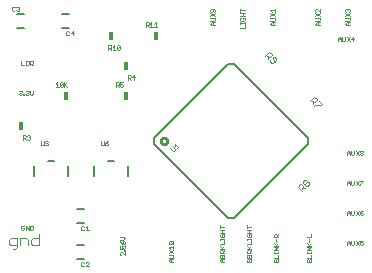
<source format=gto>
G75*
%MOIN*%
%OFA0B0*%
%FSLAX25Y25*%
%IPPOS*%
%LPD*%
%AMOC8*
5,1,8,0,0,1.08239X$1,22.5*
%
%ADD10C,0.00300*%
%ADD11C,0.00100*%
%ADD12R,0.01800X0.03000*%
%ADD13C,0.00600*%
%ADD14C,0.00200*%
%ADD15C,0.00800*%
%ADD16C,0.01000*%
D10*
X0007184Y0008716D02*
X0007802Y0008716D01*
X0008419Y0009333D01*
X0008419Y0012419D01*
X0006567Y0012419D01*
X0005950Y0011802D01*
X0005950Y0010567D01*
X0006567Y0009950D01*
X0008419Y0009950D01*
X0009633Y0009950D02*
X0009633Y0012419D01*
X0011485Y0012419D01*
X0012102Y0011802D01*
X0012102Y0009950D01*
X0013316Y0010567D02*
X0013316Y0011802D01*
X0013933Y0012419D01*
X0015785Y0012419D01*
X0015785Y0013653D02*
X0015785Y0009950D01*
X0013933Y0009950D01*
X0013316Y0010567D01*
D11*
X0013576Y0015100D02*
X0013826Y0015351D01*
X0013826Y0016351D01*
X0013576Y0016602D01*
X0012826Y0016602D01*
X0012826Y0015100D01*
X0013576Y0015100D01*
X0012353Y0015100D02*
X0012353Y0016602D01*
X0011352Y0016602D02*
X0011352Y0015100D01*
X0010880Y0015351D02*
X0010880Y0015851D01*
X0010379Y0015851D01*
X0009879Y0015351D02*
X0010129Y0015100D01*
X0010630Y0015100D01*
X0010880Y0015351D01*
X0010880Y0016351D02*
X0010630Y0016602D01*
X0010129Y0016602D01*
X0009879Y0016351D01*
X0009879Y0015351D01*
X0011352Y0016602D02*
X0012353Y0015100D01*
X0029903Y0015250D02*
X0030154Y0015000D01*
X0030654Y0015000D01*
X0030904Y0015250D01*
X0031377Y0015000D02*
X0032378Y0015000D01*
X0031877Y0015000D02*
X0031877Y0016501D01*
X0031377Y0016001D01*
X0030904Y0016251D02*
X0030654Y0016501D01*
X0030154Y0016501D01*
X0029903Y0016251D01*
X0029903Y0015250D01*
X0030154Y0004501D02*
X0029903Y0004251D01*
X0029903Y0003250D01*
X0030154Y0003000D01*
X0030654Y0003000D01*
X0030904Y0003250D01*
X0031377Y0003000D02*
X0032378Y0004001D01*
X0032378Y0004251D01*
X0032127Y0004501D01*
X0031627Y0004501D01*
X0031377Y0004251D01*
X0030904Y0004251D02*
X0030654Y0004501D01*
X0030154Y0004501D01*
X0031377Y0003000D02*
X0032378Y0003000D01*
X0042998Y0006919D02*
X0043249Y0006669D01*
X0042998Y0006919D02*
X0042998Y0007420D01*
X0043249Y0007670D01*
X0043499Y0007670D01*
X0044500Y0006669D01*
X0044500Y0007670D01*
X0044500Y0008142D02*
X0044500Y0008393D01*
X0044249Y0008393D01*
X0044249Y0008142D01*
X0044500Y0008142D01*
X0044249Y0008879D02*
X0044500Y0009129D01*
X0044500Y0009630D01*
X0044249Y0009880D01*
X0043749Y0009880D01*
X0043499Y0009630D01*
X0043499Y0009379D01*
X0043749Y0008879D01*
X0042998Y0008879D01*
X0042998Y0009880D01*
X0043749Y0010352D02*
X0043749Y0011103D01*
X0043999Y0011353D01*
X0044249Y0011353D01*
X0044500Y0011103D01*
X0044500Y0010602D01*
X0044249Y0010352D01*
X0043749Y0010352D01*
X0043249Y0010853D01*
X0042998Y0011353D01*
X0042998Y0011826D02*
X0043999Y0011826D01*
X0044500Y0012326D01*
X0043999Y0012826D01*
X0042998Y0012826D01*
X0059099Y0011045D02*
X0059349Y0011295D01*
X0060350Y0010294D01*
X0060600Y0010544D01*
X0060600Y0011045D01*
X0060350Y0011295D01*
X0059349Y0011295D01*
X0059099Y0011045D02*
X0059099Y0010544D01*
X0059349Y0010294D01*
X0060350Y0010294D01*
X0060600Y0009822D02*
X0060600Y0008821D01*
X0060600Y0008349D02*
X0059099Y0007348D01*
X0059099Y0006875D02*
X0060350Y0006875D01*
X0060600Y0006625D01*
X0060600Y0006125D01*
X0060350Y0005874D01*
X0059099Y0005874D01*
X0059600Y0005402D02*
X0060600Y0005402D01*
X0059850Y0005402D02*
X0059850Y0004401D01*
X0059600Y0004401D02*
X0059099Y0004902D01*
X0059600Y0005402D01*
X0059600Y0004401D02*
X0060600Y0004401D01*
X0060600Y0007348D02*
X0059099Y0008349D01*
X0059600Y0008821D02*
X0059099Y0009321D01*
X0060600Y0009321D01*
X0076099Y0008821D02*
X0077600Y0008821D01*
X0077600Y0008349D02*
X0077100Y0007848D01*
X0077100Y0008098D02*
X0077100Y0007348D01*
X0077100Y0006875D02*
X0077350Y0006875D01*
X0077600Y0006625D01*
X0077600Y0005874D01*
X0076099Y0005874D01*
X0076099Y0006625D01*
X0076349Y0006875D01*
X0076600Y0006875D01*
X0076850Y0006625D01*
X0076850Y0005874D01*
X0076850Y0005402D02*
X0076850Y0004401D01*
X0076600Y0004401D02*
X0076099Y0004902D01*
X0076600Y0005402D01*
X0077600Y0005402D01*
X0077600Y0004401D02*
X0076600Y0004401D01*
X0076850Y0006625D02*
X0077100Y0006875D01*
X0077600Y0007348D02*
X0076099Y0007348D01*
X0076099Y0008098D01*
X0076349Y0008349D01*
X0076850Y0008349D01*
X0077100Y0008098D01*
X0077100Y0008821D02*
X0076099Y0009822D01*
X0076099Y0010294D02*
X0077600Y0010294D01*
X0077600Y0011295D01*
X0077600Y0011767D02*
X0077600Y0012268D01*
X0077600Y0012018D02*
X0076099Y0012018D01*
X0076099Y0012268D02*
X0076099Y0011767D01*
X0076349Y0012750D02*
X0077350Y0012750D01*
X0077600Y0013000D01*
X0077600Y0013500D01*
X0077350Y0013750D01*
X0076850Y0013750D01*
X0076850Y0013250D01*
X0076349Y0012750D02*
X0076099Y0013000D01*
X0076099Y0013500D01*
X0076349Y0013750D01*
X0076099Y0014223D02*
X0077600Y0014223D01*
X0076850Y0014223D02*
X0076850Y0015224D01*
X0077600Y0015224D02*
X0076099Y0015224D01*
X0076099Y0015696D02*
X0076099Y0016697D01*
X0076099Y0016197D02*
X0077600Y0016197D01*
X0077600Y0009822D02*
X0076850Y0009071D01*
X0085099Y0008821D02*
X0086600Y0008821D01*
X0086600Y0008349D02*
X0086100Y0007848D01*
X0086100Y0008098D02*
X0086100Y0007348D01*
X0086100Y0006875D02*
X0086350Y0006875D01*
X0086600Y0006625D01*
X0086600Y0005874D01*
X0085099Y0005874D01*
X0085099Y0006625D01*
X0085349Y0006875D01*
X0085600Y0006875D01*
X0085850Y0006625D01*
X0085850Y0005874D01*
X0086100Y0005402D02*
X0086350Y0005402D01*
X0086600Y0005152D01*
X0086600Y0004401D01*
X0085099Y0004401D01*
X0085099Y0005152D01*
X0085349Y0005402D01*
X0085600Y0005402D01*
X0085850Y0005152D01*
X0085850Y0004401D01*
X0085850Y0005152D02*
X0086100Y0005402D01*
X0085850Y0006625D02*
X0086100Y0006875D01*
X0086600Y0007348D02*
X0085099Y0007348D01*
X0085099Y0008098D01*
X0085349Y0008349D01*
X0085850Y0008349D01*
X0086100Y0008098D01*
X0086100Y0008821D02*
X0085099Y0009822D01*
X0085099Y0010294D02*
X0086600Y0010294D01*
X0086600Y0011295D01*
X0086600Y0011767D02*
X0086600Y0012268D01*
X0086600Y0012018D02*
X0085099Y0012018D01*
X0085099Y0012268D02*
X0085099Y0011767D01*
X0085349Y0012750D02*
X0086350Y0012750D01*
X0086600Y0013000D01*
X0086600Y0013500D01*
X0086350Y0013750D01*
X0085850Y0013750D01*
X0085850Y0013250D01*
X0085349Y0012750D02*
X0085099Y0013000D01*
X0085099Y0013500D01*
X0085349Y0013750D01*
X0085099Y0014223D02*
X0086600Y0014223D01*
X0085850Y0014223D02*
X0085850Y0015224D01*
X0086600Y0015224D02*
X0085099Y0015224D01*
X0085099Y0015696D02*
X0085099Y0016697D01*
X0085099Y0016197D02*
X0086600Y0016197D01*
X0086600Y0009822D02*
X0085850Y0009071D01*
X0094099Y0009331D02*
X0095600Y0009331D01*
X0094099Y0008330D01*
X0095600Y0008330D01*
X0095600Y0007848D02*
X0095600Y0007348D01*
X0095600Y0007598D02*
X0094099Y0007598D01*
X0094099Y0007348D02*
X0094099Y0007848D01*
X0095600Y0006875D02*
X0095600Y0005874D01*
X0094099Y0005874D01*
X0094349Y0005402D02*
X0094600Y0005402D01*
X0094850Y0005152D01*
X0094850Y0004401D01*
X0095600Y0004401D02*
X0095600Y0005152D01*
X0095350Y0005402D01*
X0095100Y0005402D01*
X0094850Y0005152D01*
X0094349Y0005402D02*
X0094099Y0005152D01*
X0094099Y0004401D01*
X0095600Y0004401D01*
X0095600Y0009803D02*
X0094099Y0009803D01*
X0094850Y0010053D02*
X0095600Y0010804D01*
X0094850Y0011276D02*
X0094850Y0012277D01*
X0095100Y0012750D02*
X0095100Y0013500D01*
X0094850Y0013750D01*
X0094349Y0013750D01*
X0094099Y0013500D01*
X0094099Y0012750D01*
X0095600Y0012750D01*
X0095100Y0013250D02*
X0095600Y0013750D01*
X0094099Y0010804D02*
X0095100Y0009803D01*
X0105099Y0009803D02*
X0106600Y0009803D01*
X0106600Y0009331D02*
X0105099Y0009331D01*
X0105099Y0008330D02*
X0106600Y0009331D01*
X0106100Y0009803D02*
X0105099Y0010804D01*
X0105850Y0011276D02*
X0105850Y0012277D01*
X0106600Y0012750D02*
X0105099Y0012750D01*
X0106600Y0012750D02*
X0106600Y0013750D01*
X0106600Y0010804D02*
X0105850Y0010053D01*
X0106600Y0008330D02*
X0105099Y0008330D01*
X0105099Y0007848D02*
X0105099Y0007348D01*
X0105099Y0007598D02*
X0106600Y0007598D01*
X0106600Y0007348D02*
X0106600Y0007848D01*
X0106600Y0006875D02*
X0106600Y0005874D01*
X0105099Y0005874D01*
X0105349Y0005402D02*
X0105600Y0005402D01*
X0105850Y0005152D01*
X0105850Y0004401D01*
X0106600Y0004401D02*
X0106600Y0005152D01*
X0106350Y0005402D01*
X0106100Y0005402D01*
X0105850Y0005152D01*
X0105349Y0005402D02*
X0105099Y0005152D01*
X0105099Y0004401D01*
X0106600Y0004401D01*
X0118406Y0010100D02*
X0118406Y0011101D01*
X0118906Y0011602D01*
X0119407Y0011101D01*
X0119407Y0010100D01*
X0119879Y0010351D02*
X0120129Y0010100D01*
X0120630Y0010100D01*
X0120880Y0010351D01*
X0120880Y0011602D01*
X0121352Y0011602D02*
X0122353Y0010100D01*
X0122826Y0010351D02*
X0123076Y0010100D01*
X0123576Y0010100D01*
X0123826Y0010351D01*
X0123826Y0010851D01*
X0123576Y0011101D01*
X0123326Y0011101D01*
X0122826Y0010851D01*
X0122826Y0011602D01*
X0123826Y0011602D01*
X0122353Y0011602D02*
X0121352Y0010100D01*
X0119879Y0010351D02*
X0119879Y0011602D01*
X0119407Y0010851D02*
X0118406Y0010851D01*
X0118406Y0020100D02*
X0118406Y0021101D01*
X0118906Y0021602D01*
X0119407Y0021101D01*
X0119407Y0020100D01*
X0119879Y0020351D02*
X0120129Y0020100D01*
X0120630Y0020100D01*
X0120880Y0020351D01*
X0120880Y0021602D01*
X0121352Y0021602D02*
X0122353Y0020100D01*
X0122826Y0020351D02*
X0123076Y0020100D01*
X0123576Y0020100D01*
X0123826Y0020351D01*
X0123826Y0020601D01*
X0123576Y0020851D01*
X0122826Y0020851D01*
X0122826Y0020351D01*
X0122826Y0020851D02*
X0123326Y0021351D01*
X0123826Y0021602D01*
X0122353Y0021602D02*
X0121352Y0020100D01*
X0119879Y0020351D02*
X0119879Y0021602D01*
X0119407Y0020851D02*
X0118406Y0020851D01*
X0118406Y0030100D02*
X0118406Y0031101D01*
X0118906Y0031602D01*
X0119407Y0031101D01*
X0119407Y0030100D01*
X0119879Y0030351D02*
X0120129Y0030100D01*
X0120630Y0030100D01*
X0120880Y0030351D01*
X0120880Y0031602D01*
X0121352Y0031602D02*
X0122353Y0030100D01*
X0122826Y0030100D02*
X0122826Y0030351D01*
X0123826Y0031351D01*
X0123826Y0031602D01*
X0122826Y0031602D01*
X0122353Y0031602D02*
X0121352Y0030100D01*
X0119879Y0030351D02*
X0119879Y0031602D01*
X0119407Y0030851D02*
X0118406Y0030851D01*
X0118406Y0040100D02*
X0118406Y0041101D01*
X0118906Y0041602D01*
X0119407Y0041101D01*
X0119407Y0040100D01*
X0119879Y0040351D02*
X0120129Y0040100D01*
X0120630Y0040100D01*
X0120880Y0040351D01*
X0120880Y0041602D01*
X0121352Y0041602D02*
X0122353Y0040100D01*
X0122826Y0040351D02*
X0122826Y0040601D01*
X0123076Y0040851D01*
X0123576Y0040851D01*
X0123826Y0040601D01*
X0123826Y0040351D01*
X0123576Y0040100D01*
X0123076Y0040100D01*
X0122826Y0040351D01*
X0123076Y0040851D02*
X0122826Y0041101D01*
X0122826Y0041351D01*
X0123076Y0041602D01*
X0123576Y0041602D01*
X0123826Y0041351D01*
X0123826Y0041101D01*
X0123576Y0040851D01*
X0122353Y0041602D02*
X0121352Y0040100D01*
X0119879Y0040351D02*
X0119879Y0041602D01*
X0119407Y0040851D02*
X0118406Y0040851D01*
X0118348Y0078000D02*
X0119349Y0079501D01*
X0119821Y0078750D02*
X0120572Y0079501D01*
X0120572Y0078000D01*
X0120822Y0078750D02*
X0119821Y0078750D01*
X0119349Y0078000D02*
X0118348Y0079501D01*
X0117875Y0079501D02*
X0117875Y0078250D01*
X0117625Y0078000D01*
X0117125Y0078000D01*
X0116874Y0078250D01*
X0116874Y0079501D01*
X0116402Y0079000D02*
X0115902Y0079501D01*
X0115401Y0079000D01*
X0115401Y0078000D01*
X0115401Y0078750D02*
X0116402Y0078750D01*
X0116402Y0079000D02*
X0116402Y0078000D01*
X0118499Y0083406D02*
X0117998Y0083906D01*
X0118499Y0084407D01*
X0119500Y0084407D01*
X0119249Y0084879D02*
X0119500Y0085129D01*
X0119500Y0085630D01*
X0119249Y0085880D01*
X0117998Y0085880D01*
X0117998Y0086352D02*
X0119500Y0087353D01*
X0119249Y0087826D02*
X0119500Y0088076D01*
X0119500Y0088576D01*
X0119249Y0088826D01*
X0118999Y0088826D01*
X0118749Y0088576D01*
X0118749Y0088326D01*
X0118749Y0088576D02*
X0118499Y0088826D01*
X0118249Y0088826D01*
X0117998Y0088576D01*
X0117998Y0088076D01*
X0118249Y0087826D01*
X0117998Y0087353D02*
X0119500Y0086352D01*
X0119249Y0084879D02*
X0117998Y0084879D01*
X0118749Y0084407D02*
X0118749Y0083406D01*
X0118499Y0083406D02*
X0119500Y0083406D01*
X0109500Y0083406D02*
X0108499Y0083406D01*
X0107998Y0083906D01*
X0108499Y0084407D01*
X0109500Y0084407D01*
X0109249Y0084879D02*
X0109500Y0085129D01*
X0109500Y0085630D01*
X0109249Y0085880D01*
X0107998Y0085880D01*
X0107998Y0086352D02*
X0109500Y0087353D01*
X0109500Y0087826D02*
X0108499Y0088826D01*
X0108249Y0088826D01*
X0107998Y0088576D01*
X0107998Y0088076D01*
X0108249Y0087826D01*
X0107998Y0087353D02*
X0109500Y0086352D01*
X0109500Y0087826D02*
X0109500Y0088826D01*
X0109249Y0084879D02*
X0107998Y0084879D01*
X0108749Y0084407D02*
X0108749Y0083406D01*
X0094500Y0083406D02*
X0093499Y0083406D01*
X0092998Y0083906D01*
X0093499Y0084407D01*
X0094500Y0084407D01*
X0094249Y0084879D02*
X0094500Y0085129D01*
X0094500Y0085630D01*
X0094249Y0085880D01*
X0092998Y0085880D01*
X0092998Y0086352D02*
X0094500Y0087353D01*
X0094500Y0087826D02*
X0094500Y0088826D01*
X0094500Y0088326D02*
X0092998Y0088326D01*
X0093499Y0087826D01*
X0092998Y0087353D02*
X0094500Y0086352D01*
X0094249Y0084879D02*
X0092998Y0084879D01*
X0093749Y0084407D02*
X0093749Y0083406D01*
X0084500Y0083424D02*
X0084500Y0082424D01*
X0082998Y0082424D01*
X0082998Y0083897D02*
X0082998Y0084397D01*
X0082998Y0084147D02*
X0084500Y0084147D01*
X0084500Y0083897D02*
X0084500Y0084397D01*
X0084249Y0084879D02*
X0084500Y0085129D01*
X0084500Y0085630D01*
X0084249Y0085880D01*
X0083749Y0085880D01*
X0083749Y0085379D01*
X0083249Y0084879D02*
X0084249Y0084879D01*
X0083249Y0084879D02*
X0082998Y0085129D01*
X0082998Y0085630D01*
X0083249Y0085880D01*
X0082998Y0086352D02*
X0084500Y0086352D01*
X0083749Y0086352D02*
X0083749Y0087353D01*
X0082998Y0087353D02*
X0084500Y0087353D01*
X0084500Y0088326D02*
X0082998Y0088326D01*
X0082998Y0087826D02*
X0082998Y0088826D01*
X0074500Y0088576D02*
X0074249Y0088826D01*
X0073249Y0088826D01*
X0072998Y0088576D01*
X0072998Y0088076D01*
X0073249Y0087826D01*
X0073499Y0087826D01*
X0073749Y0088076D01*
X0073749Y0088826D01*
X0074500Y0088576D02*
X0074500Y0088076D01*
X0074249Y0087826D01*
X0074500Y0087353D02*
X0072998Y0086352D01*
X0072998Y0085880D02*
X0074249Y0085880D01*
X0074500Y0085630D01*
X0074500Y0085129D01*
X0074249Y0084879D01*
X0072998Y0084879D01*
X0073499Y0084407D02*
X0074500Y0084407D01*
X0073749Y0084407D02*
X0073749Y0083406D01*
X0073499Y0083406D02*
X0072998Y0083906D01*
X0073499Y0084407D01*
X0073499Y0083406D02*
X0074500Y0083406D01*
X0074500Y0086352D02*
X0072998Y0087353D01*
X0055297Y0082850D02*
X0054297Y0082850D01*
X0053824Y0082850D02*
X0052823Y0082850D01*
X0052351Y0082850D02*
X0051850Y0083350D01*
X0052101Y0083350D02*
X0051350Y0083350D01*
X0051350Y0082850D02*
X0051350Y0084351D01*
X0052101Y0084351D01*
X0052351Y0084101D01*
X0052351Y0083601D01*
X0052101Y0083350D01*
X0052823Y0083851D02*
X0053324Y0084351D01*
X0053324Y0082850D01*
X0054297Y0083851D02*
X0054797Y0084351D01*
X0054797Y0082850D01*
X0042878Y0076501D02*
X0041877Y0075500D01*
X0042127Y0075250D01*
X0042627Y0075250D01*
X0042878Y0075500D01*
X0042878Y0076501D01*
X0042627Y0076751D01*
X0042127Y0076751D01*
X0041877Y0076501D01*
X0041877Y0075500D01*
X0041404Y0075250D02*
X0040403Y0075250D01*
X0039931Y0075250D02*
X0039431Y0075750D01*
X0039681Y0075750D02*
X0038930Y0075750D01*
X0038930Y0075250D02*
X0038930Y0076751D01*
X0039681Y0076751D01*
X0039931Y0076501D01*
X0039931Y0076001D01*
X0039681Y0075750D01*
X0040403Y0076251D02*
X0040904Y0076751D01*
X0040904Y0075250D01*
X0045403Y0066751D02*
X0046154Y0066751D01*
X0046404Y0066501D01*
X0046404Y0066001D01*
X0046154Y0065750D01*
X0045403Y0065750D01*
X0045403Y0065250D02*
X0045403Y0066751D01*
X0045904Y0065750D02*
X0046404Y0065250D01*
X0046877Y0066001D02*
X0047878Y0066001D01*
X0047627Y0066751D02*
X0047627Y0065250D01*
X0046877Y0066001D02*
X0047627Y0066751D01*
X0043824Y0064351D02*
X0042823Y0064351D01*
X0042823Y0063601D01*
X0043324Y0063851D01*
X0043574Y0063851D01*
X0043824Y0063601D01*
X0043824Y0063100D01*
X0043574Y0062850D01*
X0043073Y0062850D01*
X0042823Y0063100D01*
X0042351Y0062850D02*
X0041850Y0063350D01*
X0042101Y0063350D02*
X0041350Y0063350D01*
X0041350Y0062850D02*
X0041350Y0064351D01*
X0042101Y0064351D01*
X0042351Y0064101D01*
X0042351Y0063601D01*
X0042101Y0063350D01*
X0025297Y0062850D02*
X0024547Y0063601D01*
X0024297Y0063350D02*
X0025297Y0064351D01*
X0024297Y0064351D02*
X0024297Y0062850D01*
X0023824Y0063100D02*
X0023574Y0062850D01*
X0023073Y0062850D01*
X0022823Y0063100D01*
X0023824Y0064101D01*
X0023824Y0063100D01*
X0022823Y0063100D02*
X0022823Y0064101D01*
X0023073Y0064351D01*
X0023574Y0064351D01*
X0023824Y0064101D01*
X0022351Y0062850D02*
X0021350Y0062850D01*
X0021850Y0062850D02*
X0021850Y0064351D01*
X0021350Y0063851D01*
X0013826Y0061602D02*
X0013826Y0060601D01*
X0013326Y0060100D01*
X0012826Y0060601D01*
X0012826Y0061602D01*
X0012353Y0061351D02*
X0012353Y0061101D01*
X0012103Y0060851D01*
X0012353Y0060601D01*
X0012353Y0060351D01*
X0012103Y0060100D01*
X0011603Y0060100D01*
X0011352Y0060351D01*
X0010866Y0060351D02*
X0010866Y0060100D01*
X0010616Y0060100D01*
X0010616Y0060351D01*
X0010866Y0060351D01*
X0010143Y0060351D02*
X0009893Y0060100D01*
X0009393Y0060100D01*
X0009142Y0060351D01*
X0009643Y0060851D02*
X0009893Y0060851D01*
X0010143Y0060601D01*
X0010143Y0060351D01*
X0009893Y0060851D02*
X0010143Y0061101D01*
X0010143Y0061351D01*
X0009893Y0061602D01*
X0009393Y0061602D01*
X0009142Y0061351D01*
X0011352Y0061351D02*
X0011603Y0061602D01*
X0012103Y0061602D01*
X0012353Y0061351D01*
X0012103Y0060851D02*
X0011853Y0060851D01*
X0012103Y0070100D02*
X0011352Y0070100D01*
X0011352Y0071602D01*
X0012103Y0071602D01*
X0012353Y0071351D01*
X0012353Y0070351D01*
X0012103Y0070100D01*
X0012826Y0070100D02*
X0012826Y0071602D01*
X0013576Y0071602D01*
X0013826Y0071351D01*
X0013826Y0070851D01*
X0013576Y0070601D01*
X0012826Y0070601D01*
X0013326Y0070601D02*
X0013826Y0070100D01*
X0010880Y0070100D02*
X0009879Y0070100D01*
X0009879Y0071602D01*
X0024903Y0080250D02*
X0025154Y0080000D01*
X0025654Y0080000D01*
X0025904Y0080250D01*
X0026377Y0080751D02*
X0027378Y0080751D01*
X0027127Y0081501D02*
X0026377Y0080751D01*
X0025904Y0081251D02*
X0025654Y0081501D01*
X0025154Y0081501D01*
X0024903Y0081251D01*
X0024903Y0080250D01*
X0027127Y0080000D02*
X0027127Y0081501D01*
X0009324Y0088350D02*
X0009074Y0088100D01*
X0008573Y0088100D01*
X0008323Y0088350D01*
X0007851Y0088350D02*
X0007601Y0088100D01*
X0007100Y0088100D01*
X0006850Y0088350D01*
X0006850Y0089351D01*
X0007100Y0089601D01*
X0007601Y0089601D01*
X0007851Y0089351D01*
X0008323Y0089351D02*
X0008573Y0089601D01*
X0009074Y0089601D01*
X0009324Y0089351D01*
X0009324Y0089101D01*
X0009074Y0088851D01*
X0009324Y0088600D01*
X0009324Y0088350D01*
X0009074Y0088851D02*
X0008824Y0088851D01*
X0010403Y0046751D02*
X0011154Y0046751D01*
X0011404Y0046501D01*
X0011404Y0046001D01*
X0011154Y0045750D01*
X0010403Y0045750D01*
X0010403Y0045250D02*
X0010403Y0046751D01*
X0010904Y0045750D02*
X0011404Y0045250D01*
X0011877Y0045500D02*
X0012127Y0045250D01*
X0012627Y0045250D01*
X0012878Y0045500D01*
X0012878Y0045750D01*
X0012627Y0046001D01*
X0012377Y0046001D01*
X0012627Y0046001D02*
X0012878Y0046251D01*
X0012878Y0046501D01*
X0012627Y0046751D01*
X0012127Y0046751D01*
X0011877Y0046501D01*
X0016350Y0044851D02*
X0016350Y0043600D01*
X0016600Y0043350D01*
X0017101Y0043350D01*
X0017351Y0043600D01*
X0017351Y0044851D01*
X0017823Y0044601D02*
X0018073Y0044851D01*
X0018574Y0044851D01*
X0018824Y0044601D01*
X0018824Y0044351D01*
X0018574Y0044101D01*
X0018824Y0043850D01*
X0018824Y0043600D01*
X0018574Y0043350D01*
X0018073Y0043350D01*
X0017823Y0043600D01*
X0018324Y0044101D02*
X0018574Y0044101D01*
X0036350Y0043600D02*
X0036600Y0043350D01*
X0037101Y0043350D01*
X0037351Y0043600D01*
X0037351Y0044851D01*
X0037823Y0044101D02*
X0038324Y0044601D01*
X0038824Y0044851D01*
X0038574Y0044101D02*
X0037823Y0044101D01*
X0037823Y0043600D01*
X0038073Y0043350D01*
X0038574Y0043350D01*
X0038824Y0043600D01*
X0038824Y0043850D01*
X0038574Y0044101D01*
X0036350Y0043600D02*
X0036350Y0044851D01*
X0059647Y0042397D02*
X0060531Y0041512D01*
X0060885Y0041512D01*
X0061239Y0041866D01*
X0061239Y0042220D01*
X0060354Y0043104D01*
X0061042Y0043085D02*
X0061042Y0043792D01*
X0062104Y0042731D01*
X0061750Y0042377D02*
X0062458Y0043085D01*
D12*
X0044800Y0059800D03*
X0044800Y0069800D03*
X0039800Y0079800D03*
X0054800Y0079800D03*
X0024800Y0059800D03*
X0009800Y0049800D03*
D13*
X0028619Y0022162D02*
X0030981Y0022162D01*
X0030981Y0017438D02*
X0028619Y0017438D01*
X0028619Y0010162D02*
X0030981Y0010162D01*
X0030981Y0005438D02*
X0028619Y0005438D01*
X0025981Y0082438D02*
X0023619Y0082438D01*
X0023619Y0087162D02*
X0025981Y0087162D01*
X0010981Y0087162D02*
X0008619Y0087162D01*
X0008619Y0082438D02*
X0010981Y0082438D01*
D14*
X0091103Y0073032D02*
X0092660Y0074589D01*
X0093438Y0073811D01*
X0093438Y0073292D01*
X0092919Y0072773D01*
X0092400Y0072773D01*
X0091622Y0073551D01*
X0092141Y0073032D02*
X0092141Y0071994D01*
X0092925Y0071729D02*
X0092925Y0071210D01*
X0093444Y0070691D01*
X0093963Y0070691D01*
X0095001Y0071729D01*
X0095001Y0072248D01*
X0094482Y0072767D01*
X0093963Y0072767D01*
X0093703Y0072508D01*
X0093703Y0071989D01*
X0094482Y0071210D01*
X0106622Y0058551D02*
X0107400Y0057773D01*
X0107919Y0057773D01*
X0108438Y0058292D01*
X0108438Y0058811D01*
X0107660Y0059589D01*
X0106103Y0058032D01*
X0107141Y0058032D02*
X0107141Y0056994D01*
X0107665Y0056470D02*
X0107925Y0056729D01*
X0110001Y0056729D01*
X0110260Y0056989D01*
X0109222Y0058027D01*
X0104907Y0031856D02*
X0105167Y0031596D01*
X0105167Y0031077D01*
X0104648Y0030559D01*
X0104129Y0030559D01*
X0103869Y0030818D01*
X0103869Y0031337D01*
X0104388Y0031856D01*
X0104907Y0031856D01*
X0105167Y0031077D02*
X0105686Y0031077D01*
X0105945Y0030818D01*
X0105945Y0030299D01*
X0105426Y0029780D01*
X0104907Y0029780D01*
X0104648Y0030040D01*
X0104648Y0030559D01*
X0103864Y0029774D02*
X0103864Y0029255D01*
X0103085Y0028477D01*
X0103604Y0028996D02*
X0104642Y0028996D01*
X0103864Y0029774D02*
X0103345Y0030293D01*
X0102826Y0030293D01*
X0102047Y0029515D01*
X0103604Y0027958D01*
D15*
X0105412Y0043686D02*
X0080914Y0019188D01*
X0078686Y0019188D01*
X0054188Y0043686D01*
X0054188Y0045914D01*
X0078686Y0070412D01*
X0080914Y0070412D01*
X0105412Y0045914D01*
X0105412Y0043686D01*
X0045400Y0036491D02*
X0045400Y0033109D01*
X0040857Y0037991D02*
X0038743Y0037991D01*
X0034200Y0036491D02*
X0034200Y0033109D01*
X0025400Y0033109D02*
X0025400Y0036491D01*
X0020857Y0037991D02*
X0018743Y0037991D01*
X0014200Y0036491D02*
X0014200Y0033109D01*
D16*
X0056416Y0044800D02*
X0056418Y0044867D01*
X0056424Y0044933D01*
X0056434Y0044999D01*
X0056448Y0045064D01*
X0056465Y0045128D01*
X0056487Y0045191D01*
X0056512Y0045253D01*
X0056541Y0045313D01*
X0056574Y0045371D01*
X0056609Y0045427D01*
X0056649Y0045481D01*
X0056691Y0045532D01*
X0056736Y0045581D01*
X0056784Y0045627D01*
X0056835Y0045670D01*
X0056888Y0045710D01*
X0056944Y0045747D01*
X0057002Y0045780D01*
X0057061Y0045810D01*
X0057122Y0045836D01*
X0057185Y0045859D01*
X0057249Y0045877D01*
X0057314Y0045892D01*
X0057380Y0045903D01*
X0057446Y0045910D01*
X0057512Y0045913D01*
X0057579Y0045912D01*
X0057645Y0045907D01*
X0057711Y0045898D01*
X0057777Y0045885D01*
X0057841Y0045868D01*
X0057904Y0045848D01*
X0057966Y0045823D01*
X0058027Y0045795D01*
X0058086Y0045764D01*
X0058142Y0045729D01*
X0058197Y0045691D01*
X0058249Y0045649D01*
X0058298Y0045604D01*
X0058345Y0045557D01*
X0058389Y0045507D01*
X0058429Y0045454D01*
X0058467Y0045399D01*
X0058501Y0045342D01*
X0058532Y0045283D01*
X0058559Y0045222D01*
X0058582Y0045160D01*
X0058602Y0045096D01*
X0058618Y0045031D01*
X0058630Y0044966D01*
X0058638Y0044900D01*
X0058642Y0044833D01*
X0058642Y0044767D01*
X0058638Y0044700D01*
X0058630Y0044634D01*
X0058618Y0044569D01*
X0058602Y0044504D01*
X0058582Y0044440D01*
X0058559Y0044378D01*
X0058532Y0044317D01*
X0058501Y0044258D01*
X0058467Y0044201D01*
X0058429Y0044146D01*
X0058389Y0044093D01*
X0058345Y0044043D01*
X0058298Y0043996D01*
X0058249Y0043951D01*
X0058197Y0043909D01*
X0058142Y0043871D01*
X0058085Y0043836D01*
X0058027Y0043805D01*
X0057966Y0043777D01*
X0057904Y0043752D01*
X0057841Y0043732D01*
X0057777Y0043715D01*
X0057711Y0043702D01*
X0057645Y0043693D01*
X0057579Y0043688D01*
X0057512Y0043687D01*
X0057446Y0043690D01*
X0057380Y0043697D01*
X0057314Y0043708D01*
X0057249Y0043723D01*
X0057185Y0043741D01*
X0057122Y0043764D01*
X0057061Y0043790D01*
X0057002Y0043820D01*
X0056944Y0043853D01*
X0056888Y0043890D01*
X0056835Y0043930D01*
X0056784Y0043973D01*
X0056736Y0044019D01*
X0056691Y0044068D01*
X0056649Y0044119D01*
X0056609Y0044173D01*
X0056574Y0044229D01*
X0056541Y0044287D01*
X0056512Y0044347D01*
X0056487Y0044409D01*
X0056465Y0044472D01*
X0056448Y0044536D01*
X0056434Y0044601D01*
X0056424Y0044667D01*
X0056418Y0044733D01*
X0056416Y0044800D01*
M02*

</source>
